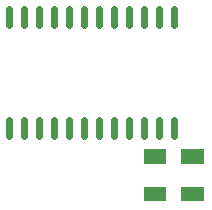
<source format=gbp>
G04 Layer: BottomPasteMaskLayer*
G04 EasyEDA v6.3.53, 2020-07-19T22:27:28+02:00*
G04 3120cfb910ab4567be944433c0d318a6,a54f91b67bf74260adec70c9c35cfc8e,10*
G04 Gerber Generator version 0.2*
G04 Scale: 100 percent, Rotated: No, Reflected: No *
G04 Dimensions in millimeters *
G04 leading zeros omitted , absolute positions ,3 integer and 3 decimal *
%FSLAX33Y33*%
%MOMM*%
G90*
G71D02*

%ADD17C,0.599999*%

%LPD*%
G54D17*
G01X17334Y19496D02*
G01X17334Y18096D01*
G01X16064Y19496D02*
G01X16064Y18096D01*
G01X14794Y19496D02*
G01X14794Y18096D01*
G01X13524Y19496D02*
G01X13524Y18096D01*
G01X12254Y19496D02*
G01X12254Y18096D01*
G01X10984Y19496D02*
G01X10984Y18096D01*
G01X9714Y19496D02*
G01X9714Y18096D01*
G01X8444Y19496D02*
G01X8444Y18096D01*
G01X7174Y19496D02*
G01X7174Y18096D01*
G01X5904Y19496D02*
G01X5904Y18096D01*
G01X4634Y19496D02*
G01X4634Y18096D01*
G01X3364Y19496D02*
G01X3364Y18096D01*
G01X3364Y10096D02*
G01X3364Y8696D01*
G01X4634Y10096D02*
G01X4634Y8696D01*
G01X5904Y10096D02*
G01X5904Y8696D01*
G01X7174Y10096D02*
G01X7174Y8696D01*
G01X8444Y10096D02*
G01X8444Y8696D01*
G01X9714Y10096D02*
G01X9714Y8696D01*
G01X10984Y10096D02*
G01X10984Y8696D01*
G01X12254Y10096D02*
G01X12254Y8696D01*
G01X13524Y10096D02*
G01X13524Y8696D01*
G01X14794Y10096D02*
G01X14794Y8696D01*
G01X16064Y10096D02*
G01X16064Y8696D01*
G01X17334Y10096D02*
G01X17334Y8696D01*
G36*
G01X17985Y7587D02*
G01X17985Y6387D01*
G01X19886Y6387D01*
G01X19886Y7587D01*
G01X17985Y7587D01*
G37*
G36*
G01X17985Y4387D02*
G01X17985Y3187D01*
G01X19886Y3187D01*
G01X19886Y4387D01*
G01X17985Y4387D01*
G37*
G36*
G01X16706Y6388D02*
G01X16706Y7588D01*
G01X14805Y7588D01*
G01X14805Y6388D01*
G01X16706Y6388D01*
G37*
G36*
G01X16706Y3187D02*
G01X16706Y4387D01*
G01X14805Y4387D01*
G01X14805Y3187D01*
G01X16706Y3187D01*
G37*
M00*
M02*

</source>
